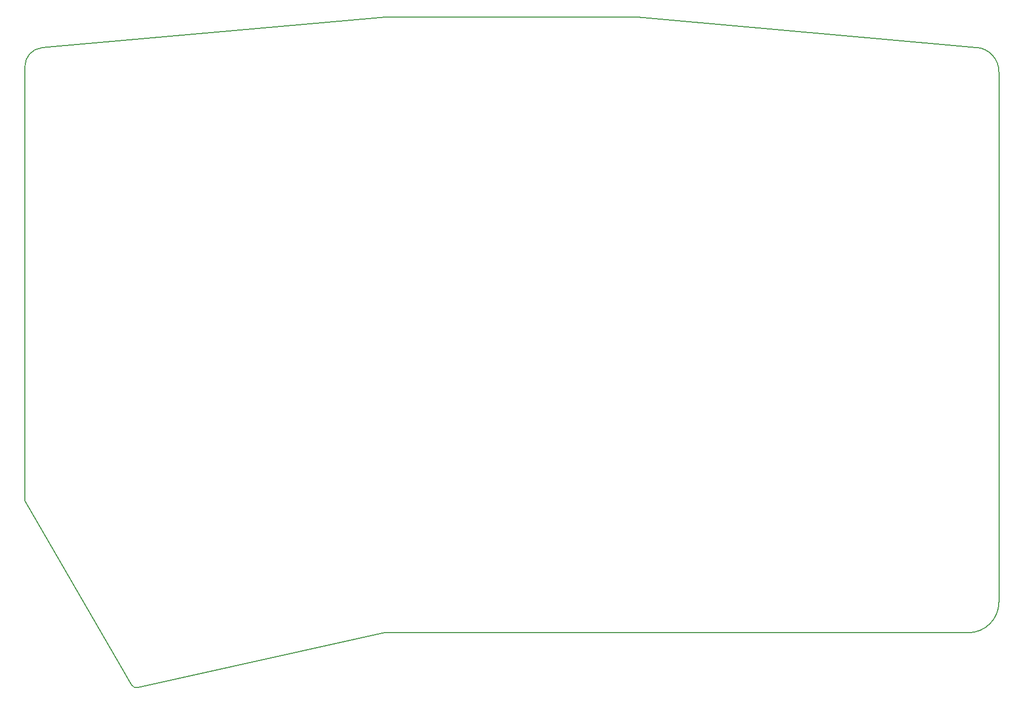
<source format=gbr>
G04 #@! TF.GenerationSoftware,KiCad,Pcbnew,(6.0.1-0)*
G04 #@! TF.CreationDate,2022-09-28T20:44:09+02:00*
G04 #@! TF.ProjectId,takmak,74616b6d-616b-42e6-9b69-6361645f7063,rev?*
G04 #@! TF.SameCoordinates,Original*
G04 #@! TF.FileFunction,Profile,NP*
%FSLAX46Y46*%
G04 Gerber Fmt 4.6, Leading zero omitted, Abs format (unit mm)*
G04 Created by KiCad (PCBNEW (6.0.1-0)) date 2022-09-28 20:44:09*
%MOMM*%
%LPD*%
G01*
G04 APERTURE LIST*
G04 #@! TA.AperFunction,Profile*
%ADD10C,0.200000*%
G04 #@! TD*
G04 APERTURE END LIST*
D10*
X24695530Y-27193823D02*
G75*
G03*
X21961108Y-30182046I265579J-2988223D01*
G01*
X122083237Y-22194152D02*
X80950369Y-22194152D01*
X176238892Y-122936258D02*
X80796020Y-122936258D01*
X176238892Y-122936258D02*
G75*
G03*
X181238893Y-117936257I1J5000000D01*
G01*
X181238893Y-31112869D02*
G75*
G03*
X177593067Y-27128578I-4000001J1D01*
G01*
X80950369Y-22194152D02*
X24695530Y-27193823D01*
X39358252Y-131446757D02*
G75*
G03*
X40441667Y-131922881I866047J499970D01*
G01*
X21961108Y-101311319D02*
X21961108Y-30182046D01*
X21961108Y-101311319D02*
X39358252Y-131446757D01*
X80796020Y-122936258D02*
X40441667Y-131922881D01*
X181238893Y-117936257D02*
X181238893Y-31112869D01*
X122083237Y-22194152D02*
X177593067Y-27128578D01*
M02*

</source>
